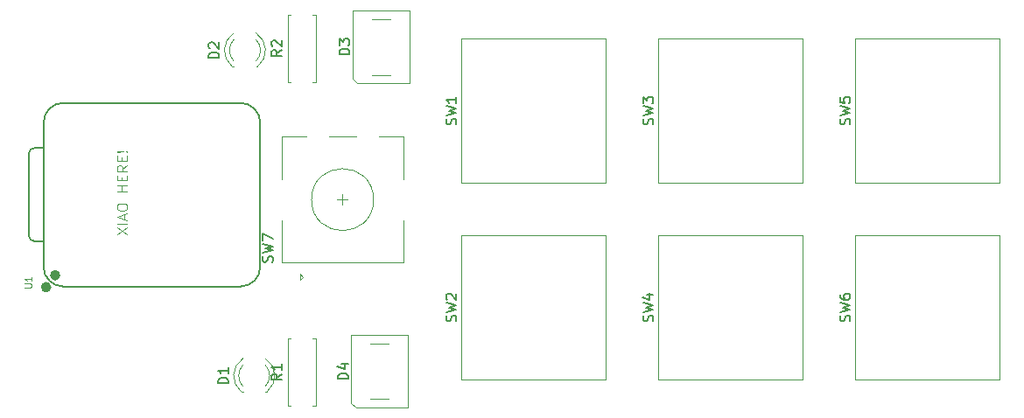
<source format=gbr>
%TF.GenerationSoftware,KiCad,Pcbnew,9.0.6*%
%TF.CreationDate,2026-01-24T13:35:07-03:00*%
%TF.ProjectId,macropadmaluu,6d616372-6f70-4616-946d-616c75752e6b,rev?*%
%TF.SameCoordinates,Original*%
%TF.FileFunction,Legend,Top*%
%TF.FilePolarity,Positive*%
%FSLAX46Y46*%
G04 Gerber Fmt 4.6, Leading zero omitted, Abs format (unit mm)*
G04 Created by KiCad (PCBNEW 9.0.6) date 2026-01-24 13:35:07*
%MOMM*%
%LPD*%
G01*
G04 APERTURE LIST*
%ADD10C,0.100000*%
%ADD11C,0.150000*%
%ADD12C,0.101600*%
%ADD13C,0.120000*%
%ADD14C,0.127000*%
%ADD15C,0.504000*%
G04 APERTURE END LIST*
D10*
X128812419Y-100111353D02*
X129812419Y-99444687D01*
X128812419Y-99444687D02*
X129812419Y-100111353D01*
X129812419Y-99063734D02*
X128812419Y-99063734D01*
X129526704Y-98635163D02*
X129526704Y-98158973D01*
X129812419Y-98730401D02*
X128812419Y-98397068D01*
X128812419Y-98397068D02*
X129812419Y-98063735D01*
X128812419Y-97539925D02*
X128812419Y-97349449D01*
X128812419Y-97349449D02*
X128860038Y-97254211D01*
X128860038Y-97254211D02*
X128955276Y-97158973D01*
X128955276Y-97158973D02*
X129145752Y-97111354D01*
X129145752Y-97111354D02*
X129479085Y-97111354D01*
X129479085Y-97111354D02*
X129669561Y-97158973D01*
X129669561Y-97158973D02*
X129764800Y-97254211D01*
X129764800Y-97254211D02*
X129812419Y-97349449D01*
X129812419Y-97349449D02*
X129812419Y-97539925D01*
X129812419Y-97539925D02*
X129764800Y-97635163D01*
X129764800Y-97635163D02*
X129669561Y-97730401D01*
X129669561Y-97730401D02*
X129479085Y-97778020D01*
X129479085Y-97778020D02*
X129145752Y-97778020D01*
X129145752Y-97778020D02*
X128955276Y-97730401D01*
X128955276Y-97730401D02*
X128860038Y-97635163D01*
X128860038Y-97635163D02*
X128812419Y-97539925D01*
X129812419Y-95920877D02*
X128812419Y-95920877D01*
X129288609Y-95920877D02*
X129288609Y-95349449D01*
X129812419Y-95349449D02*
X128812419Y-95349449D01*
X129288609Y-94873258D02*
X129288609Y-94539925D01*
X129812419Y-94397068D02*
X129812419Y-94873258D01*
X129812419Y-94873258D02*
X128812419Y-94873258D01*
X128812419Y-94873258D02*
X128812419Y-94397068D01*
X129812419Y-93397068D02*
X129336228Y-93730401D01*
X129812419Y-93968496D02*
X128812419Y-93968496D01*
X128812419Y-93968496D02*
X128812419Y-93587544D01*
X128812419Y-93587544D02*
X128860038Y-93492306D01*
X128860038Y-93492306D02*
X128907657Y-93444687D01*
X128907657Y-93444687D02*
X129002895Y-93397068D01*
X129002895Y-93397068D02*
X129145752Y-93397068D01*
X129145752Y-93397068D02*
X129240990Y-93444687D01*
X129240990Y-93444687D02*
X129288609Y-93492306D01*
X129288609Y-93492306D02*
X129336228Y-93587544D01*
X129336228Y-93587544D02*
X129336228Y-93968496D01*
X129288609Y-92968496D02*
X129288609Y-92635163D01*
X129812419Y-92492306D02*
X129812419Y-92968496D01*
X129812419Y-92968496D02*
X128812419Y-92968496D01*
X128812419Y-92968496D02*
X128812419Y-92492306D01*
X129717180Y-92063734D02*
X129764800Y-92016115D01*
X129764800Y-92016115D02*
X129812419Y-92063734D01*
X129812419Y-92063734D02*
X129764800Y-92111353D01*
X129764800Y-92111353D02*
X129717180Y-92063734D01*
X129717180Y-92063734D02*
X129812419Y-92063734D01*
X129431466Y-92063734D02*
X128860038Y-92111353D01*
X128860038Y-92111353D02*
X128812419Y-92063734D01*
X128812419Y-92063734D02*
X128860038Y-92016115D01*
X128860038Y-92016115D02*
X129431466Y-92063734D01*
X129431466Y-92063734D02*
X128812419Y-92063734D01*
D11*
X180651950Y-108489582D02*
X180699569Y-108346725D01*
X180699569Y-108346725D02*
X180699569Y-108108630D01*
X180699569Y-108108630D02*
X180651950Y-108013392D01*
X180651950Y-108013392D02*
X180604330Y-107965773D01*
X180604330Y-107965773D02*
X180509092Y-107918154D01*
X180509092Y-107918154D02*
X180413854Y-107918154D01*
X180413854Y-107918154D02*
X180318616Y-107965773D01*
X180318616Y-107965773D02*
X180270997Y-108013392D01*
X180270997Y-108013392D02*
X180223378Y-108108630D01*
X180223378Y-108108630D02*
X180175759Y-108299106D01*
X180175759Y-108299106D02*
X180128140Y-108394344D01*
X180128140Y-108394344D02*
X180080521Y-108441963D01*
X180080521Y-108441963D02*
X179985283Y-108489582D01*
X179985283Y-108489582D02*
X179890045Y-108489582D01*
X179890045Y-108489582D02*
X179794807Y-108441963D01*
X179794807Y-108441963D02*
X179747188Y-108394344D01*
X179747188Y-108394344D02*
X179699569Y-108299106D01*
X179699569Y-108299106D02*
X179699569Y-108061011D01*
X179699569Y-108061011D02*
X179747188Y-107918154D01*
X179699569Y-107584820D02*
X180699569Y-107346725D01*
X180699569Y-107346725D02*
X179985283Y-107156249D01*
X179985283Y-107156249D02*
X180699569Y-106965773D01*
X180699569Y-106965773D02*
X179699569Y-106727678D01*
X180032902Y-105918154D02*
X180699569Y-105918154D01*
X179651950Y-106156249D02*
X180366235Y-106394344D01*
X180366235Y-106394344D02*
X180366235Y-105775297D01*
X180651950Y-89439582D02*
X180699569Y-89296725D01*
X180699569Y-89296725D02*
X180699569Y-89058630D01*
X180699569Y-89058630D02*
X180651950Y-88963392D01*
X180651950Y-88963392D02*
X180604330Y-88915773D01*
X180604330Y-88915773D02*
X180509092Y-88868154D01*
X180509092Y-88868154D02*
X180413854Y-88868154D01*
X180413854Y-88868154D02*
X180318616Y-88915773D01*
X180318616Y-88915773D02*
X180270997Y-88963392D01*
X180270997Y-88963392D02*
X180223378Y-89058630D01*
X180223378Y-89058630D02*
X180175759Y-89249106D01*
X180175759Y-89249106D02*
X180128140Y-89344344D01*
X180128140Y-89344344D02*
X180080521Y-89391963D01*
X180080521Y-89391963D02*
X179985283Y-89439582D01*
X179985283Y-89439582D02*
X179890045Y-89439582D01*
X179890045Y-89439582D02*
X179794807Y-89391963D01*
X179794807Y-89391963D02*
X179747188Y-89344344D01*
X179747188Y-89344344D02*
X179699569Y-89249106D01*
X179699569Y-89249106D02*
X179699569Y-89011011D01*
X179699569Y-89011011D02*
X179747188Y-88868154D01*
X179699569Y-88534820D02*
X180699569Y-88296725D01*
X180699569Y-88296725D02*
X179985283Y-88106249D01*
X179985283Y-88106249D02*
X180699569Y-87915773D01*
X180699569Y-87915773D02*
X179699569Y-87677678D01*
X179699569Y-87391963D02*
X179699569Y-86772916D01*
X179699569Y-86772916D02*
X180080521Y-87106249D01*
X180080521Y-87106249D02*
X180080521Y-86963392D01*
X180080521Y-86963392D02*
X180128140Y-86868154D01*
X180128140Y-86868154D02*
X180175759Y-86820535D01*
X180175759Y-86820535D02*
X180270997Y-86772916D01*
X180270997Y-86772916D02*
X180509092Y-86772916D01*
X180509092Y-86772916D02*
X180604330Y-86820535D01*
X180604330Y-86820535D02*
X180651950Y-86868154D01*
X180651950Y-86868154D02*
X180699569Y-86963392D01*
X180699569Y-86963392D02*
X180699569Y-87249106D01*
X180699569Y-87249106D02*
X180651950Y-87344344D01*
X180651950Y-87344344D02*
X180604330Y-87391963D01*
X144774819Y-82236666D02*
X144298628Y-82569999D01*
X144774819Y-82808094D02*
X143774819Y-82808094D01*
X143774819Y-82808094D02*
X143774819Y-82427142D01*
X143774819Y-82427142D02*
X143822438Y-82331904D01*
X143822438Y-82331904D02*
X143870057Y-82284285D01*
X143870057Y-82284285D02*
X143965295Y-82236666D01*
X143965295Y-82236666D02*
X144108152Y-82236666D01*
X144108152Y-82236666D02*
X144203390Y-82284285D01*
X144203390Y-82284285D02*
X144251009Y-82331904D01*
X144251009Y-82331904D02*
X144298628Y-82427142D01*
X144298628Y-82427142D02*
X144298628Y-82808094D01*
X143870057Y-81855713D02*
X143822438Y-81808094D01*
X143822438Y-81808094D02*
X143774819Y-81712856D01*
X143774819Y-81712856D02*
X143774819Y-81474761D01*
X143774819Y-81474761D02*
X143822438Y-81379523D01*
X143822438Y-81379523D02*
X143870057Y-81331904D01*
X143870057Y-81331904D02*
X143965295Y-81284285D01*
X143965295Y-81284285D02*
X144060533Y-81284285D01*
X144060533Y-81284285D02*
X144203390Y-81331904D01*
X144203390Y-81331904D02*
X144774819Y-81903332D01*
X144774819Y-81903332D02*
X144774819Y-81284285D01*
X139584819Y-114508094D02*
X138584819Y-114508094D01*
X138584819Y-114508094D02*
X138584819Y-114269999D01*
X138584819Y-114269999D02*
X138632438Y-114127142D01*
X138632438Y-114127142D02*
X138727676Y-114031904D01*
X138727676Y-114031904D02*
X138822914Y-113984285D01*
X138822914Y-113984285D02*
X139013390Y-113936666D01*
X139013390Y-113936666D02*
X139156247Y-113936666D01*
X139156247Y-113936666D02*
X139346723Y-113984285D01*
X139346723Y-113984285D02*
X139441961Y-114031904D01*
X139441961Y-114031904D02*
X139537200Y-114127142D01*
X139537200Y-114127142D02*
X139584819Y-114269999D01*
X139584819Y-114269999D02*
X139584819Y-114508094D01*
X139584819Y-112984285D02*
X139584819Y-113555713D01*
X139584819Y-113269999D02*
X138584819Y-113269999D01*
X138584819Y-113269999D02*
X138727676Y-113365237D01*
X138727676Y-113365237D02*
X138822914Y-113460475D01*
X138822914Y-113460475D02*
X138870533Y-113555713D01*
X199701950Y-108489582D02*
X199749569Y-108346725D01*
X199749569Y-108346725D02*
X199749569Y-108108630D01*
X199749569Y-108108630D02*
X199701950Y-108013392D01*
X199701950Y-108013392D02*
X199654330Y-107965773D01*
X199654330Y-107965773D02*
X199559092Y-107918154D01*
X199559092Y-107918154D02*
X199463854Y-107918154D01*
X199463854Y-107918154D02*
X199368616Y-107965773D01*
X199368616Y-107965773D02*
X199320997Y-108013392D01*
X199320997Y-108013392D02*
X199273378Y-108108630D01*
X199273378Y-108108630D02*
X199225759Y-108299106D01*
X199225759Y-108299106D02*
X199178140Y-108394344D01*
X199178140Y-108394344D02*
X199130521Y-108441963D01*
X199130521Y-108441963D02*
X199035283Y-108489582D01*
X199035283Y-108489582D02*
X198940045Y-108489582D01*
X198940045Y-108489582D02*
X198844807Y-108441963D01*
X198844807Y-108441963D02*
X198797188Y-108394344D01*
X198797188Y-108394344D02*
X198749569Y-108299106D01*
X198749569Y-108299106D02*
X198749569Y-108061011D01*
X198749569Y-108061011D02*
X198797188Y-107918154D01*
X198749569Y-107584820D02*
X199749569Y-107346725D01*
X199749569Y-107346725D02*
X199035283Y-107156249D01*
X199035283Y-107156249D02*
X199749569Y-106965773D01*
X199749569Y-106965773D02*
X198749569Y-106727678D01*
X198749569Y-105918154D02*
X198749569Y-106108630D01*
X198749569Y-106108630D02*
X198797188Y-106203868D01*
X198797188Y-106203868D02*
X198844807Y-106251487D01*
X198844807Y-106251487D02*
X198987664Y-106346725D01*
X198987664Y-106346725D02*
X199178140Y-106394344D01*
X199178140Y-106394344D02*
X199559092Y-106394344D01*
X199559092Y-106394344D02*
X199654330Y-106346725D01*
X199654330Y-106346725D02*
X199701950Y-106299106D01*
X199701950Y-106299106D02*
X199749569Y-106203868D01*
X199749569Y-106203868D02*
X199749569Y-106013392D01*
X199749569Y-106013392D02*
X199701950Y-105918154D01*
X199701950Y-105918154D02*
X199654330Y-105870535D01*
X199654330Y-105870535D02*
X199559092Y-105822916D01*
X199559092Y-105822916D02*
X199320997Y-105822916D01*
X199320997Y-105822916D02*
X199225759Y-105870535D01*
X199225759Y-105870535D02*
X199178140Y-105918154D01*
X199178140Y-105918154D02*
X199130521Y-106013392D01*
X199130521Y-106013392D02*
X199130521Y-106203868D01*
X199130521Y-106203868D02*
X199178140Y-106299106D01*
X199178140Y-106299106D02*
X199225759Y-106346725D01*
X199225759Y-106346725D02*
X199320997Y-106394344D01*
X144774819Y-113596666D02*
X144298628Y-113929999D01*
X144774819Y-114168094D02*
X143774819Y-114168094D01*
X143774819Y-114168094D02*
X143774819Y-113787142D01*
X143774819Y-113787142D02*
X143822438Y-113691904D01*
X143822438Y-113691904D02*
X143870057Y-113644285D01*
X143870057Y-113644285D02*
X143965295Y-113596666D01*
X143965295Y-113596666D02*
X144108152Y-113596666D01*
X144108152Y-113596666D02*
X144203390Y-113644285D01*
X144203390Y-113644285D02*
X144251009Y-113691904D01*
X144251009Y-113691904D02*
X144298628Y-113787142D01*
X144298628Y-113787142D02*
X144298628Y-114168094D01*
X144774819Y-112644285D02*
X144774819Y-113215713D01*
X144774819Y-112929999D02*
X143774819Y-112929999D01*
X143774819Y-112929999D02*
X143917676Y-113025237D01*
X143917676Y-113025237D02*
X144012914Y-113120475D01*
X144012914Y-113120475D02*
X144060533Y-113215713D01*
X138694819Y-83008094D02*
X137694819Y-83008094D01*
X137694819Y-83008094D02*
X137694819Y-82769999D01*
X137694819Y-82769999D02*
X137742438Y-82627142D01*
X137742438Y-82627142D02*
X137837676Y-82531904D01*
X137837676Y-82531904D02*
X137932914Y-82484285D01*
X137932914Y-82484285D02*
X138123390Y-82436666D01*
X138123390Y-82436666D02*
X138266247Y-82436666D01*
X138266247Y-82436666D02*
X138456723Y-82484285D01*
X138456723Y-82484285D02*
X138551961Y-82531904D01*
X138551961Y-82531904D02*
X138647200Y-82627142D01*
X138647200Y-82627142D02*
X138694819Y-82769999D01*
X138694819Y-82769999D02*
X138694819Y-83008094D01*
X137790057Y-82055713D02*
X137742438Y-82008094D01*
X137742438Y-82008094D02*
X137694819Y-81912856D01*
X137694819Y-81912856D02*
X137694819Y-81674761D01*
X137694819Y-81674761D02*
X137742438Y-81579523D01*
X137742438Y-81579523D02*
X137790057Y-81531904D01*
X137790057Y-81531904D02*
X137885295Y-81484285D01*
X137885295Y-81484285D02*
X137980533Y-81484285D01*
X137980533Y-81484285D02*
X138123390Y-81531904D01*
X138123390Y-81531904D02*
X138694819Y-82103332D01*
X138694819Y-82103332D02*
X138694819Y-81484285D01*
X161601950Y-89439582D02*
X161649569Y-89296725D01*
X161649569Y-89296725D02*
X161649569Y-89058630D01*
X161649569Y-89058630D02*
X161601950Y-88963392D01*
X161601950Y-88963392D02*
X161554330Y-88915773D01*
X161554330Y-88915773D02*
X161459092Y-88868154D01*
X161459092Y-88868154D02*
X161363854Y-88868154D01*
X161363854Y-88868154D02*
X161268616Y-88915773D01*
X161268616Y-88915773D02*
X161220997Y-88963392D01*
X161220997Y-88963392D02*
X161173378Y-89058630D01*
X161173378Y-89058630D02*
X161125759Y-89249106D01*
X161125759Y-89249106D02*
X161078140Y-89344344D01*
X161078140Y-89344344D02*
X161030521Y-89391963D01*
X161030521Y-89391963D02*
X160935283Y-89439582D01*
X160935283Y-89439582D02*
X160840045Y-89439582D01*
X160840045Y-89439582D02*
X160744807Y-89391963D01*
X160744807Y-89391963D02*
X160697188Y-89344344D01*
X160697188Y-89344344D02*
X160649569Y-89249106D01*
X160649569Y-89249106D02*
X160649569Y-89011011D01*
X160649569Y-89011011D02*
X160697188Y-88868154D01*
X160649569Y-88534820D02*
X161649569Y-88296725D01*
X161649569Y-88296725D02*
X160935283Y-88106249D01*
X160935283Y-88106249D02*
X161649569Y-87915773D01*
X161649569Y-87915773D02*
X160649569Y-87677678D01*
X161649569Y-86772916D02*
X161649569Y-87344344D01*
X161649569Y-87058630D02*
X160649569Y-87058630D01*
X160649569Y-87058630D02*
X160792426Y-87153868D01*
X160792426Y-87153868D02*
X160887664Y-87249106D01*
X160887664Y-87249106D02*
X160935283Y-87344344D01*
X161601950Y-108489582D02*
X161649569Y-108346725D01*
X161649569Y-108346725D02*
X161649569Y-108108630D01*
X161649569Y-108108630D02*
X161601950Y-108013392D01*
X161601950Y-108013392D02*
X161554330Y-107965773D01*
X161554330Y-107965773D02*
X161459092Y-107918154D01*
X161459092Y-107918154D02*
X161363854Y-107918154D01*
X161363854Y-107918154D02*
X161268616Y-107965773D01*
X161268616Y-107965773D02*
X161220997Y-108013392D01*
X161220997Y-108013392D02*
X161173378Y-108108630D01*
X161173378Y-108108630D02*
X161125759Y-108299106D01*
X161125759Y-108299106D02*
X161078140Y-108394344D01*
X161078140Y-108394344D02*
X161030521Y-108441963D01*
X161030521Y-108441963D02*
X160935283Y-108489582D01*
X160935283Y-108489582D02*
X160840045Y-108489582D01*
X160840045Y-108489582D02*
X160744807Y-108441963D01*
X160744807Y-108441963D02*
X160697188Y-108394344D01*
X160697188Y-108394344D02*
X160649569Y-108299106D01*
X160649569Y-108299106D02*
X160649569Y-108061011D01*
X160649569Y-108061011D02*
X160697188Y-107918154D01*
X160649569Y-107584820D02*
X161649569Y-107346725D01*
X161649569Y-107346725D02*
X160935283Y-107156249D01*
X160935283Y-107156249D02*
X161649569Y-106965773D01*
X161649569Y-106965773D02*
X160649569Y-106727678D01*
X160744807Y-106394344D02*
X160697188Y-106346725D01*
X160697188Y-106346725D02*
X160649569Y-106251487D01*
X160649569Y-106251487D02*
X160649569Y-106013392D01*
X160649569Y-106013392D02*
X160697188Y-105918154D01*
X160697188Y-105918154D02*
X160744807Y-105870535D01*
X160744807Y-105870535D02*
X160840045Y-105822916D01*
X160840045Y-105822916D02*
X160935283Y-105822916D01*
X160935283Y-105822916D02*
X161078140Y-105870535D01*
X161078140Y-105870535D02*
X161649569Y-106441963D01*
X161649569Y-106441963D02*
X161649569Y-105822916D01*
D12*
X119913479Y-105223809D02*
X120427526Y-105223809D01*
X120427526Y-105223809D02*
X120488002Y-105193571D01*
X120488002Y-105193571D02*
X120518241Y-105163333D01*
X120518241Y-105163333D02*
X120548479Y-105102857D01*
X120548479Y-105102857D02*
X120548479Y-104981904D01*
X120548479Y-104981904D02*
X120518241Y-104921428D01*
X120518241Y-104921428D02*
X120488002Y-104891190D01*
X120488002Y-104891190D02*
X120427526Y-104860952D01*
X120427526Y-104860952D02*
X119913479Y-104860952D01*
X120548479Y-104225952D02*
X120548479Y-104588809D01*
X120548479Y-104407381D02*
X119913479Y-104407381D01*
X119913479Y-104407381D02*
X120004193Y-104467857D01*
X120004193Y-104467857D02*
X120064669Y-104528333D01*
X120064669Y-104528333D02*
X120094907Y-104588809D01*
D11*
X199701950Y-89439582D02*
X199749569Y-89296725D01*
X199749569Y-89296725D02*
X199749569Y-89058630D01*
X199749569Y-89058630D02*
X199701950Y-88963392D01*
X199701950Y-88963392D02*
X199654330Y-88915773D01*
X199654330Y-88915773D02*
X199559092Y-88868154D01*
X199559092Y-88868154D02*
X199463854Y-88868154D01*
X199463854Y-88868154D02*
X199368616Y-88915773D01*
X199368616Y-88915773D02*
X199320997Y-88963392D01*
X199320997Y-88963392D02*
X199273378Y-89058630D01*
X199273378Y-89058630D02*
X199225759Y-89249106D01*
X199225759Y-89249106D02*
X199178140Y-89344344D01*
X199178140Y-89344344D02*
X199130521Y-89391963D01*
X199130521Y-89391963D02*
X199035283Y-89439582D01*
X199035283Y-89439582D02*
X198940045Y-89439582D01*
X198940045Y-89439582D02*
X198844807Y-89391963D01*
X198844807Y-89391963D02*
X198797188Y-89344344D01*
X198797188Y-89344344D02*
X198749569Y-89249106D01*
X198749569Y-89249106D02*
X198749569Y-89011011D01*
X198749569Y-89011011D02*
X198797188Y-88868154D01*
X198749569Y-88534820D02*
X199749569Y-88296725D01*
X199749569Y-88296725D02*
X199035283Y-88106249D01*
X199035283Y-88106249D02*
X199749569Y-87915773D01*
X199749569Y-87915773D02*
X198749569Y-87677678D01*
X198749569Y-86820535D02*
X198749569Y-87296725D01*
X198749569Y-87296725D02*
X199225759Y-87344344D01*
X199225759Y-87344344D02*
X199178140Y-87296725D01*
X199178140Y-87296725D02*
X199130521Y-87201487D01*
X199130521Y-87201487D02*
X199130521Y-86963392D01*
X199130521Y-86963392D02*
X199178140Y-86868154D01*
X199178140Y-86868154D02*
X199225759Y-86820535D01*
X199225759Y-86820535D02*
X199320997Y-86772916D01*
X199320997Y-86772916D02*
X199559092Y-86772916D01*
X199559092Y-86772916D02*
X199654330Y-86820535D01*
X199654330Y-86820535D02*
X199701950Y-86868154D01*
X199701950Y-86868154D02*
X199749569Y-86963392D01*
X199749569Y-86963392D02*
X199749569Y-87201487D01*
X199749569Y-87201487D02*
X199701950Y-87296725D01*
X199701950Y-87296725D02*
X199654330Y-87344344D01*
X151184819Y-114078094D02*
X150184819Y-114078094D01*
X150184819Y-114078094D02*
X150184819Y-113839999D01*
X150184819Y-113839999D02*
X150232438Y-113697142D01*
X150232438Y-113697142D02*
X150327676Y-113601904D01*
X150327676Y-113601904D02*
X150422914Y-113554285D01*
X150422914Y-113554285D02*
X150613390Y-113506666D01*
X150613390Y-113506666D02*
X150756247Y-113506666D01*
X150756247Y-113506666D02*
X150946723Y-113554285D01*
X150946723Y-113554285D02*
X151041961Y-113601904D01*
X151041961Y-113601904D02*
X151137200Y-113697142D01*
X151137200Y-113697142D02*
X151184819Y-113839999D01*
X151184819Y-113839999D02*
X151184819Y-114078094D01*
X150518152Y-112649523D02*
X151184819Y-112649523D01*
X150137200Y-112887618D02*
X150851485Y-113125713D01*
X150851485Y-113125713D02*
X150851485Y-112506666D01*
X143847200Y-102753332D02*
X143894819Y-102610475D01*
X143894819Y-102610475D02*
X143894819Y-102372380D01*
X143894819Y-102372380D02*
X143847200Y-102277142D01*
X143847200Y-102277142D02*
X143799580Y-102229523D01*
X143799580Y-102229523D02*
X143704342Y-102181904D01*
X143704342Y-102181904D02*
X143609104Y-102181904D01*
X143609104Y-102181904D02*
X143513866Y-102229523D01*
X143513866Y-102229523D02*
X143466247Y-102277142D01*
X143466247Y-102277142D02*
X143418628Y-102372380D01*
X143418628Y-102372380D02*
X143371009Y-102562856D01*
X143371009Y-102562856D02*
X143323390Y-102658094D01*
X143323390Y-102658094D02*
X143275771Y-102705713D01*
X143275771Y-102705713D02*
X143180533Y-102753332D01*
X143180533Y-102753332D02*
X143085295Y-102753332D01*
X143085295Y-102753332D02*
X142990057Y-102705713D01*
X142990057Y-102705713D02*
X142942438Y-102658094D01*
X142942438Y-102658094D02*
X142894819Y-102562856D01*
X142894819Y-102562856D02*
X142894819Y-102324761D01*
X142894819Y-102324761D02*
X142942438Y-102181904D01*
X142894819Y-101848570D02*
X143894819Y-101610475D01*
X143894819Y-101610475D02*
X143180533Y-101419999D01*
X143180533Y-101419999D02*
X143894819Y-101229523D01*
X143894819Y-101229523D02*
X142894819Y-100991428D01*
X142894819Y-100705713D02*
X142894819Y-100039047D01*
X142894819Y-100039047D02*
X143894819Y-100467618D01*
X151314819Y-82678094D02*
X150314819Y-82678094D01*
X150314819Y-82678094D02*
X150314819Y-82439999D01*
X150314819Y-82439999D02*
X150362438Y-82297142D01*
X150362438Y-82297142D02*
X150457676Y-82201904D01*
X150457676Y-82201904D02*
X150552914Y-82154285D01*
X150552914Y-82154285D02*
X150743390Y-82106666D01*
X150743390Y-82106666D02*
X150886247Y-82106666D01*
X150886247Y-82106666D02*
X151076723Y-82154285D01*
X151076723Y-82154285D02*
X151171961Y-82201904D01*
X151171961Y-82201904D02*
X151267200Y-82297142D01*
X151267200Y-82297142D02*
X151314819Y-82439999D01*
X151314819Y-82439999D02*
X151314819Y-82678094D01*
X150314819Y-81773332D02*
X150314819Y-81154285D01*
X150314819Y-81154285D02*
X150695771Y-81487618D01*
X150695771Y-81487618D02*
X150695771Y-81344761D01*
X150695771Y-81344761D02*
X150743390Y-81249523D01*
X150743390Y-81249523D02*
X150791009Y-81201904D01*
X150791009Y-81201904D02*
X150886247Y-81154285D01*
X150886247Y-81154285D02*
X151124342Y-81154285D01*
X151124342Y-81154285D02*
X151219580Y-81201904D01*
X151219580Y-81201904D02*
X151267200Y-81249523D01*
X151267200Y-81249523D02*
X151314819Y-81344761D01*
X151314819Y-81344761D02*
X151314819Y-81630475D01*
X151314819Y-81630475D02*
X151267200Y-81725713D01*
X151267200Y-81725713D02*
X151219580Y-81773332D01*
D13*
%TO.C,SW4*%
X181133750Y-100171250D02*
X195103750Y-100171250D01*
X181133750Y-114141250D02*
X181133750Y-100171250D01*
X195103750Y-100171250D02*
X195103750Y-114141250D01*
X195103750Y-114141250D02*
X181133750Y-114141250D01*
%TO.C,SW3*%
X181133750Y-81121250D02*
X195103750Y-81121250D01*
X181133750Y-95091250D02*
X181133750Y-81121250D01*
X195103750Y-81121250D02*
X195103750Y-95091250D01*
X195103750Y-95091250D02*
X181133750Y-95091250D01*
%TO.C,R2*%
X145320000Y-78800000D02*
X145650000Y-78800000D01*
X145320000Y-85340000D02*
X145320000Y-78800000D01*
X145650000Y-85340000D02*
X145320000Y-85340000D01*
X147730000Y-85340000D02*
X148060000Y-85340000D01*
X148060000Y-78800000D02*
X147730000Y-78800000D01*
X148060000Y-85340000D02*
X148060000Y-78800000D01*
%TO.C,D1*%
X140854000Y-115330000D02*
X141010000Y-115330000D01*
X143170000Y-115330000D02*
X143326000Y-115330000D01*
X140854484Y-115330000D02*
G75*
G02*
X141010000Y-112098563I1235516J1560000D01*
G01*
X141010000Y-114810961D02*
G75*
G02*
X141010000Y-112729039I1080000J1040961D01*
G01*
X143170000Y-112098563D02*
G75*
G02*
X143325516Y-115330000I-1080000J-1671437D01*
G01*
X143170000Y-112729039D02*
G75*
G02*
X143170000Y-114810961I-1080000J-1040961D01*
G01*
%TO.C,SW6*%
X200183750Y-100171250D02*
X214153750Y-100171250D01*
X200183750Y-114141250D02*
X200183750Y-100171250D01*
X214153750Y-100171250D02*
X214153750Y-114141250D01*
X214153750Y-114141250D02*
X200183750Y-114141250D01*
%TO.C,R1*%
X145320000Y-110160000D02*
X145650000Y-110160000D01*
X145320000Y-116700000D02*
X145320000Y-110160000D01*
X145650000Y-116700000D02*
X145320000Y-116700000D01*
X147730000Y-116700000D02*
X148060000Y-116700000D01*
X148060000Y-110160000D02*
X147730000Y-110160000D01*
X148060000Y-116700000D02*
X148060000Y-110160000D01*
%TO.C,D2*%
X139964000Y-83830000D02*
X140120000Y-83830000D01*
X142280000Y-83830000D02*
X142436000Y-83830000D01*
X139964484Y-83830000D02*
G75*
G02*
X140120000Y-80598563I1235516J1560000D01*
G01*
X140120000Y-83310961D02*
G75*
G02*
X140120000Y-81229039I1080000J1040961D01*
G01*
X142280000Y-80598563D02*
G75*
G02*
X142435516Y-83830000I-1080000J-1671437D01*
G01*
X142280000Y-81229039D02*
G75*
G02*
X142280000Y-83310961I-1080000J-1040961D01*
G01*
%TO.C,SW1*%
X162083750Y-81121250D02*
X176053750Y-81121250D01*
X162083750Y-95091250D02*
X162083750Y-81121250D01*
X176053750Y-81121250D02*
X176053750Y-95091250D01*
X176053750Y-95091250D02*
X162083750Y-95091250D01*
%TO.C,SW2*%
X162083750Y-100171250D02*
X176053750Y-100171250D01*
X162083750Y-114141250D02*
X162083750Y-100171250D01*
X176053750Y-100171250D02*
X176053750Y-114141250D01*
X176053750Y-114141250D02*
X162083750Y-114141250D01*
D14*
%TO.C,U1*%
X120309000Y-100231272D02*
X120309000Y-92236000D01*
X120809000Y-91736000D02*
X121719000Y-91736000D01*
D10*
X121719000Y-89255000D02*
X121719000Y-103225000D01*
D14*
X121719000Y-89255000D02*
X121719000Y-103225000D01*
X121719000Y-100735000D02*
X120808728Y-100731272D01*
X140769000Y-87350000D02*
X123624000Y-87350000D01*
X140769000Y-105130000D02*
X123624000Y-105130000D01*
X142674000Y-103225000D02*
X142674000Y-89255000D01*
X120309000Y-92236000D02*
G75*
G02*
X120809000Y-91736000I500000J0D01*
G01*
X120808728Y-100731272D02*
G75*
G02*
X120309001Y-100231272I291J500018D01*
G01*
X121719000Y-89255000D02*
G75*
G02*
X123624000Y-87350000I1905000J0D01*
G01*
X123624000Y-105130000D02*
G75*
G02*
X121719000Y-103225000I1J1905001D01*
G01*
X140769000Y-87350000D02*
G75*
G02*
X142674000Y-89255000I0J-1905000D01*
G01*
X142674000Y-103225000D02*
G75*
G02*
X140769000Y-105130000I-1905001J1D01*
G01*
D15*
X122212000Y-105190000D02*
G75*
G02*
X121708000Y-105190000I-252000J0D01*
G01*
X121708000Y-105190000D02*
G75*
G02*
X122212000Y-105190000I252000J0D01*
G01*
X123092000Y-104047000D02*
G75*
G02*
X122588000Y-104047000I-252000J0D01*
G01*
X122588000Y-104047000D02*
G75*
G02*
X123092000Y-104047000I252000J0D01*
G01*
D13*
%TO.C,SW5*%
X200183750Y-81121250D02*
X214153750Y-81121250D01*
X200183750Y-95091250D02*
X200183750Y-81121250D01*
X214153750Y-81121250D02*
X214153750Y-95091250D01*
X214153750Y-95091250D02*
X200183750Y-95091250D01*
%TO.C,D4*%
X151480000Y-109840000D02*
X151480000Y-116390000D01*
X151480000Y-116390000D02*
X151930000Y-116840000D01*
X151930000Y-116840000D02*
X156980000Y-116840000D01*
X153330000Y-110640000D02*
X155130000Y-110640000D01*
X153330000Y-116040000D02*
X155130000Y-116040000D01*
X156980000Y-109840000D02*
X151480000Y-109840000D01*
X156980000Y-109840000D02*
X156980000Y-116840000D01*
%TO.C,SW7*%
X144740000Y-90620000D02*
X147140000Y-90620000D01*
X144740000Y-94720000D02*
X144740000Y-90620000D01*
X144740000Y-98720000D02*
X144740000Y-102820000D01*
X144740000Y-102820000D02*
X156540000Y-102820000D01*
X146540000Y-103920000D02*
X146840000Y-104220000D01*
X146540000Y-104520000D02*
X146540000Y-103920000D01*
X146840000Y-104220000D02*
X146540000Y-104520000D01*
X149340000Y-90620000D02*
X151940000Y-90620000D01*
X150140000Y-96720000D02*
X151140000Y-96720000D01*
X150640000Y-97220000D02*
X150640000Y-96220000D01*
X154140000Y-90620000D02*
X156540000Y-90620000D01*
X156540000Y-90620000D02*
X156540000Y-94720000D01*
X156540000Y-98720000D02*
X156540000Y-102820000D01*
X153640000Y-96720000D02*
G75*
G02*
X147640000Y-96720000I-3000000J0D01*
G01*
X147640000Y-96720000D02*
G75*
G02*
X153640000Y-96720000I3000000J0D01*
G01*
%TO.C,D3*%
X151610000Y-78440000D02*
X151610000Y-84990000D01*
X151610000Y-84990000D02*
X152060000Y-85440000D01*
X152060000Y-85440000D02*
X157110000Y-85440000D01*
X153460000Y-79240000D02*
X155260000Y-79240000D01*
X153460000Y-84640000D02*
X155260000Y-84640000D01*
X157110000Y-78440000D02*
X151610000Y-78440000D01*
X157110000Y-78440000D02*
X157110000Y-85440000D01*
%TD*%
M02*

</source>
